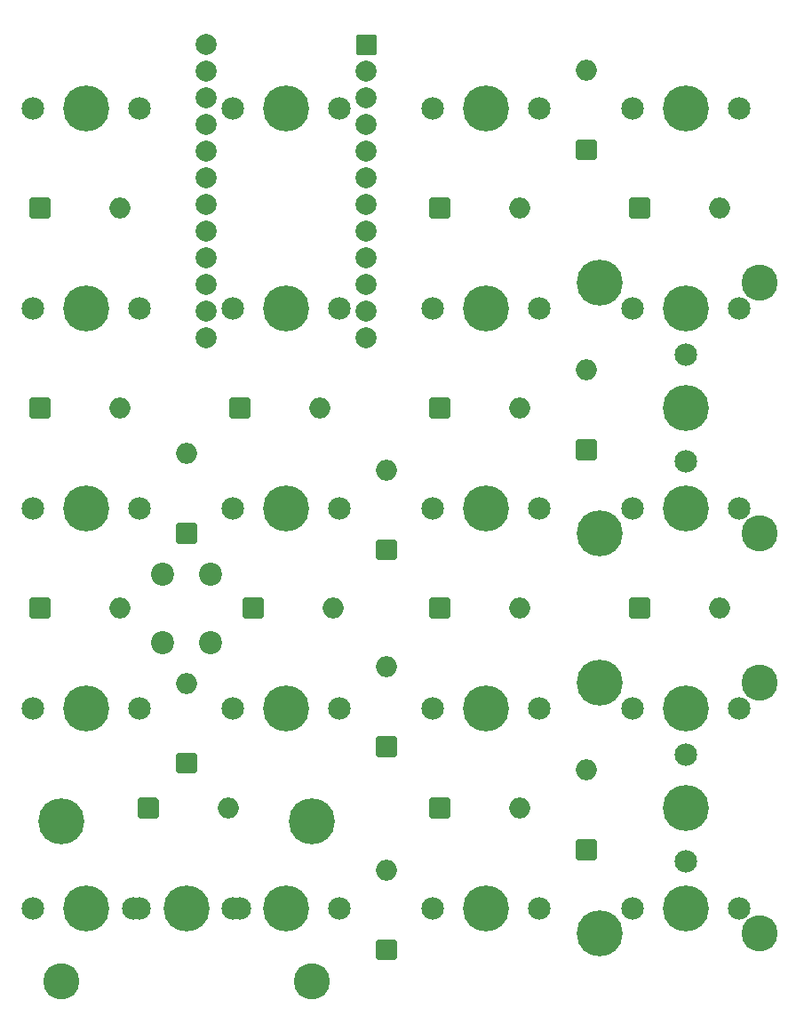
<source format=gts>
G04 #@! TF.GenerationSoftware,KiCad,Pcbnew,5.1.10-5.1.10*
G04 #@! TF.CreationDate,2021-07-11T16:52:34+05:30*
G04 #@! TF.ProjectId,Soyuz,536f7975-7a2e-46b6-9963-61645f706362,rev?*
G04 #@! TF.SameCoordinates,Original*
G04 #@! TF.FileFunction,Soldermask,Top*
G04 #@! TF.FilePolarity,Negative*
%FSLAX46Y46*%
G04 Gerber Fmt 4.6, Leading zero omitted, Abs format (unit mm)*
G04 Created by KiCad (PCBNEW 5.1.10-5.1.10) date 2021-07-11 16:52:34*
%MOMM*%
%LPD*%
G01*
G04 APERTURE LIST*
%ADD10C,2.000000*%
%ADD11C,2.150000*%
%ADD12C,4.387800*%
%ADD13C,3.448000*%
%ADD14C,2.200000*%
%ADD15O,2.000000X2.000000*%
G04 APERTURE END LIST*
D10*
X51117500Y-33655000D03*
X51117500Y-36195000D03*
X51117500Y-38735000D03*
X51117500Y-41275000D03*
X51117500Y-43815000D03*
X51117500Y-46355000D03*
X51117500Y-48895000D03*
X51117500Y-51435000D03*
X51117500Y-53975000D03*
X51117500Y-56515000D03*
X51117500Y-59055000D03*
X51117500Y-61595000D03*
X66357500Y-61595000D03*
X66357500Y-59055000D03*
X66357500Y-56515000D03*
X66357500Y-53975000D03*
X66357500Y-51435000D03*
X66357500Y-48895000D03*
X66357500Y-46355000D03*
X66357500Y-43815000D03*
X66357500Y-41275000D03*
X66357500Y-38735000D03*
X66357500Y-36195000D03*
G36*
G01*
X65557500Y-32655000D02*
X67157500Y-32655000D01*
G75*
G02*
X67357500Y-32855000I0J-200000D01*
G01*
X67357500Y-34455000D01*
G75*
G02*
X67157500Y-34655000I-200000J0D01*
G01*
X65557500Y-34655000D01*
G75*
G02*
X65357500Y-34455000I0J200000D01*
G01*
X65357500Y-32855000D01*
G75*
G02*
X65557500Y-32655000I200000J0D01*
G01*
G37*
D11*
X44767500Y-39687500D03*
X34607500Y-39687500D03*
D12*
X39687500Y-39687500D03*
D11*
X63817500Y-39687500D03*
X53657500Y-39687500D03*
D12*
X58737500Y-39687500D03*
D11*
X82867500Y-39687500D03*
X72707500Y-39687500D03*
D12*
X77787500Y-39687500D03*
D11*
X101917500Y-39687500D03*
X91757500Y-39687500D03*
D12*
X96837500Y-39687500D03*
D11*
X44767500Y-58737500D03*
X34607500Y-58737500D03*
D12*
X39687500Y-58737500D03*
D11*
X63817500Y-58737500D03*
X53657500Y-58737500D03*
D12*
X58737500Y-58737500D03*
D11*
X82867500Y-58737500D03*
X72707500Y-58737500D03*
D12*
X77787500Y-58737500D03*
D11*
X101917500Y-58737500D03*
X91757500Y-58737500D03*
D12*
X96837500Y-58737500D03*
X88582500Y-56324500D03*
X88582500Y-80200500D03*
D13*
X103822500Y-56324500D03*
X103822500Y-80200500D03*
D11*
X96837500Y-63182500D03*
X96837500Y-73342500D03*
D12*
X96837500Y-68262500D03*
D11*
X44767500Y-77787500D03*
X34607500Y-77787500D03*
D12*
X39687500Y-77787500D03*
D11*
X63817500Y-77787500D03*
X53657500Y-77787500D03*
D12*
X58737500Y-77787500D03*
D11*
X82867500Y-77787500D03*
X72707500Y-77787500D03*
D12*
X77787500Y-77787500D03*
D11*
X101917500Y-77787500D03*
X91757500Y-77787500D03*
D12*
X96837500Y-77787500D03*
D11*
X44767500Y-96837500D03*
X34607500Y-96837500D03*
D12*
X39687500Y-96837500D03*
D11*
X63817500Y-96837500D03*
X53657500Y-96837500D03*
D12*
X58737500Y-96837500D03*
D11*
X82867500Y-96837500D03*
X72707500Y-96837500D03*
D12*
X77787500Y-96837500D03*
D11*
X101917500Y-96837500D03*
X91757500Y-96837500D03*
D12*
X96837500Y-96837500D03*
X88582500Y-94424500D03*
X88582500Y-118300500D03*
D13*
X103822500Y-94424500D03*
X103822500Y-118300500D03*
D11*
X96837500Y-101282500D03*
X96837500Y-111442500D03*
D12*
X96837500Y-106362500D03*
D11*
X44767500Y-115887500D03*
X34607500Y-115887500D03*
D12*
X39687500Y-115887500D03*
D11*
X63817500Y-115887500D03*
X53657500Y-115887500D03*
D12*
X58737500Y-115887500D03*
D11*
X82867500Y-115887500D03*
X72707500Y-115887500D03*
D12*
X77787500Y-115887500D03*
D11*
X101917500Y-115887500D03*
X91757500Y-115887500D03*
D12*
X96837500Y-115887500D03*
X61150500Y-107632500D03*
X37274500Y-107632500D03*
D13*
X61150500Y-122872500D03*
X37274500Y-122872500D03*
D11*
X54292500Y-115887500D03*
X44132500Y-115887500D03*
D12*
X49212500Y-115887500D03*
D14*
X51462500Y-90562500D03*
X46962500Y-84062500D03*
X46962500Y-90562500D03*
X51462500Y-84062500D03*
D15*
X42862500Y-49212500D03*
G36*
G01*
X34242500Y-50012500D02*
X34242500Y-48412500D01*
G75*
G02*
X34442500Y-48212500I200000J0D01*
G01*
X36042500Y-48212500D01*
G75*
G02*
X36242500Y-48412500I0J-200000D01*
G01*
X36242500Y-50012500D01*
G75*
G02*
X36042500Y-50212500I-200000J0D01*
G01*
X34442500Y-50212500D01*
G75*
G02*
X34242500Y-50012500I0J200000D01*
G01*
G37*
X61912500Y-68262500D03*
G36*
G01*
X53292500Y-69062500D02*
X53292500Y-67462500D01*
G75*
G02*
X53492500Y-67262500I200000J0D01*
G01*
X55092500Y-67262500D01*
G75*
G02*
X55292500Y-67462500I0J-200000D01*
G01*
X55292500Y-69062500D01*
G75*
G02*
X55092500Y-69262500I-200000J0D01*
G01*
X53492500Y-69262500D01*
G75*
G02*
X53292500Y-69062500I0J200000D01*
G01*
G37*
X87312500Y-36036250D03*
G36*
G01*
X88112500Y-44656250D02*
X86512500Y-44656250D01*
G75*
G02*
X86312500Y-44456250I0J200000D01*
G01*
X86312500Y-42856250D01*
G75*
G02*
X86512500Y-42656250I200000J0D01*
G01*
X88112500Y-42656250D01*
G75*
G02*
X88312500Y-42856250I0J-200000D01*
G01*
X88312500Y-44456250D01*
G75*
G02*
X88112500Y-44656250I-200000J0D01*
G01*
G37*
G36*
G01*
X91392500Y-50012500D02*
X91392500Y-48412500D01*
G75*
G02*
X91592500Y-48212500I200000J0D01*
G01*
X93192500Y-48212500D01*
G75*
G02*
X93392500Y-48412500I0J-200000D01*
G01*
X93392500Y-50012500D01*
G75*
G02*
X93192500Y-50212500I-200000J0D01*
G01*
X91592500Y-50212500D01*
G75*
G02*
X91392500Y-50012500I0J200000D01*
G01*
G37*
X100012500Y-49212500D03*
X42862500Y-68262500D03*
G36*
G01*
X34242500Y-69062500D02*
X34242500Y-67462500D01*
G75*
G02*
X34442500Y-67262500I200000J0D01*
G01*
X36042500Y-67262500D01*
G75*
G02*
X36242500Y-67462500I0J-200000D01*
G01*
X36242500Y-69062500D01*
G75*
G02*
X36042500Y-69262500I-200000J0D01*
G01*
X34442500Y-69262500D01*
G75*
G02*
X34242500Y-69062500I0J200000D01*
G01*
G37*
G36*
G01*
X72342500Y-69062500D02*
X72342500Y-67462500D01*
G75*
G02*
X72542500Y-67262500I200000J0D01*
G01*
X74142500Y-67262500D01*
G75*
G02*
X74342500Y-67462500I0J-200000D01*
G01*
X74342500Y-69062500D01*
G75*
G02*
X74142500Y-69262500I-200000J0D01*
G01*
X72542500Y-69262500D01*
G75*
G02*
X72342500Y-69062500I0J200000D01*
G01*
G37*
X80962500Y-68262500D03*
X80962500Y-49212500D03*
G36*
G01*
X72342500Y-50012500D02*
X72342500Y-48412500D01*
G75*
G02*
X72542500Y-48212500I200000J0D01*
G01*
X74142500Y-48212500D01*
G75*
G02*
X74342500Y-48412500I0J-200000D01*
G01*
X74342500Y-50012500D01*
G75*
G02*
X74142500Y-50212500I-200000J0D01*
G01*
X72542500Y-50212500D01*
G75*
G02*
X72342500Y-50012500I0J200000D01*
G01*
G37*
G36*
G01*
X88112500Y-73231250D02*
X86512500Y-73231250D01*
G75*
G02*
X86312500Y-73031250I0J200000D01*
G01*
X86312500Y-71431250D01*
G75*
G02*
X86512500Y-71231250I200000J0D01*
G01*
X88112500Y-71231250D01*
G75*
G02*
X88312500Y-71431250I0J-200000D01*
G01*
X88312500Y-73031250D01*
G75*
G02*
X88112500Y-73231250I-200000J0D01*
G01*
G37*
X87312500Y-64611250D03*
X49212500Y-72548750D03*
G36*
G01*
X50012500Y-81168750D02*
X48412500Y-81168750D01*
G75*
G02*
X48212500Y-80968750I0J200000D01*
G01*
X48212500Y-79368750D01*
G75*
G02*
X48412500Y-79168750I200000J0D01*
G01*
X50012500Y-79168750D01*
G75*
G02*
X50212500Y-79368750I0J-200000D01*
G01*
X50212500Y-80968750D01*
G75*
G02*
X50012500Y-81168750I-200000J0D01*
G01*
G37*
G36*
G01*
X69062500Y-82756250D02*
X67462500Y-82756250D01*
G75*
G02*
X67262500Y-82556250I0J200000D01*
G01*
X67262500Y-80956250D01*
G75*
G02*
X67462500Y-80756250I200000J0D01*
G01*
X69062500Y-80756250D01*
G75*
G02*
X69262500Y-80956250I0J-200000D01*
G01*
X69262500Y-82556250D01*
G75*
G02*
X69062500Y-82756250I-200000J0D01*
G01*
G37*
X68262500Y-74136250D03*
X63182500Y-87312500D03*
G36*
G01*
X54562500Y-88112500D02*
X54562500Y-86512500D01*
G75*
G02*
X54762500Y-86312500I200000J0D01*
G01*
X56362500Y-86312500D01*
G75*
G02*
X56562500Y-86512500I0J-200000D01*
G01*
X56562500Y-88112500D01*
G75*
G02*
X56362500Y-88312500I-200000J0D01*
G01*
X54762500Y-88312500D01*
G75*
G02*
X54562500Y-88112500I0J200000D01*
G01*
G37*
G36*
G01*
X91392500Y-88112500D02*
X91392500Y-86512500D01*
G75*
G02*
X91592500Y-86312500I200000J0D01*
G01*
X93192500Y-86312500D01*
G75*
G02*
X93392500Y-86512500I0J-200000D01*
G01*
X93392500Y-88112500D01*
G75*
G02*
X93192500Y-88312500I-200000J0D01*
G01*
X91592500Y-88312500D01*
G75*
G02*
X91392500Y-88112500I0J200000D01*
G01*
G37*
X100012500Y-87312500D03*
X42862500Y-87312500D03*
G36*
G01*
X34242500Y-88112500D02*
X34242500Y-86512500D01*
G75*
G02*
X34442500Y-86312500I200000J0D01*
G01*
X36042500Y-86312500D01*
G75*
G02*
X36242500Y-86512500I0J-200000D01*
G01*
X36242500Y-88112500D01*
G75*
G02*
X36042500Y-88312500I-200000J0D01*
G01*
X34442500Y-88312500D01*
G75*
G02*
X34242500Y-88112500I0J200000D01*
G01*
G37*
X49212500Y-94456250D03*
G36*
G01*
X50012500Y-103076250D02*
X48412500Y-103076250D01*
G75*
G02*
X48212500Y-102876250I0J200000D01*
G01*
X48212500Y-101276250D01*
G75*
G02*
X48412500Y-101076250I200000J0D01*
G01*
X50012500Y-101076250D01*
G75*
G02*
X50212500Y-101276250I0J-200000D01*
G01*
X50212500Y-102876250D01*
G75*
G02*
X50012500Y-103076250I-200000J0D01*
G01*
G37*
X68262500Y-92868750D03*
G36*
G01*
X69062500Y-101488750D02*
X67462500Y-101488750D01*
G75*
G02*
X67262500Y-101288750I0J200000D01*
G01*
X67262500Y-99688750D01*
G75*
G02*
X67462500Y-99488750I200000J0D01*
G01*
X69062500Y-99488750D01*
G75*
G02*
X69262500Y-99688750I0J-200000D01*
G01*
X69262500Y-101288750D01*
G75*
G02*
X69062500Y-101488750I-200000J0D01*
G01*
G37*
G36*
G01*
X72342500Y-88112500D02*
X72342500Y-86512500D01*
G75*
G02*
X72542500Y-86312500I200000J0D01*
G01*
X74142500Y-86312500D01*
G75*
G02*
X74342500Y-86512500I0J-200000D01*
G01*
X74342500Y-88112500D01*
G75*
G02*
X74142500Y-88312500I-200000J0D01*
G01*
X72542500Y-88312500D01*
G75*
G02*
X72342500Y-88112500I0J200000D01*
G01*
G37*
X80962500Y-87312500D03*
X53181250Y-106362500D03*
G36*
G01*
X44561250Y-107162500D02*
X44561250Y-105562500D01*
G75*
G02*
X44761250Y-105362500I200000J0D01*
G01*
X46361250Y-105362500D01*
G75*
G02*
X46561250Y-105562500I0J-200000D01*
G01*
X46561250Y-107162500D01*
G75*
G02*
X46361250Y-107362500I-200000J0D01*
G01*
X44761250Y-107362500D01*
G75*
G02*
X44561250Y-107162500I0J200000D01*
G01*
G37*
G36*
G01*
X69062500Y-120856250D02*
X67462500Y-120856250D01*
G75*
G02*
X67262500Y-120656250I0J200000D01*
G01*
X67262500Y-119056250D01*
G75*
G02*
X67462500Y-118856250I200000J0D01*
G01*
X69062500Y-118856250D01*
G75*
G02*
X69262500Y-119056250I0J-200000D01*
G01*
X69262500Y-120656250D01*
G75*
G02*
X69062500Y-120856250I-200000J0D01*
G01*
G37*
X68262500Y-112236250D03*
G36*
G01*
X72342500Y-107162500D02*
X72342500Y-105562500D01*
G75*
G02*
X72542500Y-105362500I200000J0D01*
G01*
X74142500Y-105362500D01*
G75*
G02*
X74342500Y-105562500I0J-200000D01*
G01*
X74342500Y-107162500D01*
G75*
G02*
X74142500Y-107362500I-200000J0D01*
G01*
X72542500Y-107362500D01*
G75*
G02*
X72342500Y-107162500I0J200000D01*
G01*
G37*
X80962500Y-106362500D03*
G36*
G01*
X88112500Y-111331250D02*
X86512500Y-111331250D01*
G75*
G02*
X86312500Y-111131250I0J200000D01*
G01*
X86312500Y-109531250D01*
G75*
G02*
X86512500Y-109331250I200000J0D01*
G01*
X88112500Y-109331250D01*
G75*
G02*
X88312500Y-109531250I0J-200000D01*
G01*
X88312500Y-111131250D01*
G75*
G02*
X88112500Y-111331250I-200000J0D01*
G01*
G37*
X87312500Y-102711250D03*
M02*

</source>
